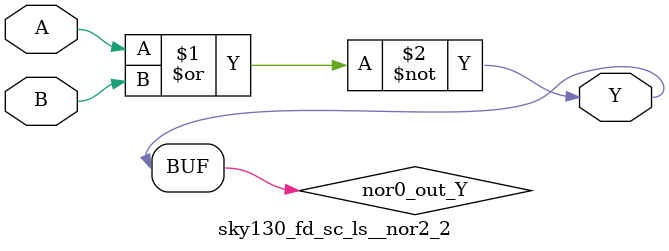
<source format=v>
module sky130_fd_sc_ls__nor2_2 (
    Y,
    A,
    B
);
    output Y;
    input  A;
    input  B;
    wire nor0_out_Y;
    nor nor0 (nor0_out_Y, A, B           );
    buf buf0 (Y         , nor0_out_Y     );
endmodule
</source>
